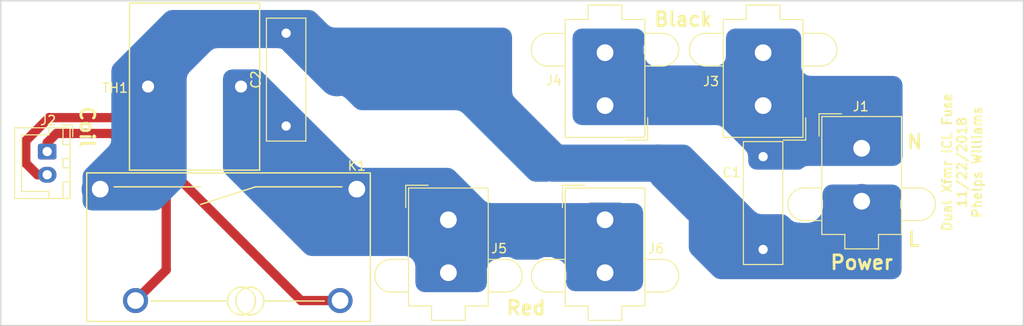
<source format=kicad_pcb>
(kicad_pcb (version 20171130) (host pcbnew 5.0.2-bee76a0~70~ubuntu16.04.1)

  (general
    (thickness 1.6)
    (drawings 20)
    (tracks 32)
    (zones 0)
    (modules 14)
    (nets 6)
  )

  (page A4)
  (layers
    (0 F.Cu signal)
    (31 B.Cu signal)
    (32 B.Adhes user)
    (33 F.Adhes user)
    (34 B.Paste user)
    (35 F.Paste user)
    (36 B.SilkS user)
    (37 F.SilkS user)
    (38 B.Mask user)
    (39 F.Mask user)
    (40 Dwgs.User user)
    (41 Cmts.User user)
    (42 Eco1.User user)
    (43 Eco2.User user)
    (44 Edge.Cuts user)
    (45 Margin user)
    (46 B.CrtYd user hide)
    (47 F.CrtYd user hide)
    (48 B.Fab user hide)
    (49 F.Fab user hide)
  )

  (setup
    (last_trace_width 0.25)
    (user_trace_width 1)
    (user_trace_width 2)
    (user_trace_width 4)
    (trace_clearance 0.2)
    (zone_clearance 0.508)
    (zone_45_only yes)
    (trace_min 0.2)
    (segment_width 1.6)
    (edge_width 1.6)
    (via_size 0.8)
    (via_drill 0.4)
    (via_min_size 0.4)
    (via_min_drill 0.3)
    (uvia_size 0.3)
    (uvia_drill 0.1)
    (uvias_allowed no)
    (uvia_min_size 0.2)
    (uvia_min_drill 0.1)
    (pcb_text_width 0.3)
    (pcb_text_size 1.5 1.5)
    (mod_edge_width 0.15)
    (mod_text_size 1 1)
    (mod_text_width 0.15)
    (pad_size 1.524 1.524)
    (pad_drill 0.762)
    (pad_to_mask_clearance 0.051)
    (solder_mask_min_width 0.25)
    (aux_axis_origin 0 0)
    (visible_elements FFFDFF7F)
    (pcbplotparams
      (layerselection 0x010fc_ffffffff)
      (usegerberextensions false)
      (usegerberattributes false)
      (usegerberadvancedattributes false)
      (creategerberjobfile false)
      (excludeedgelayer true)
      (linewidth 0.100000)
      (plotframeref false)
      (viasonmask false)
      (mode 1)
      (useauxorigin false)
      (hpglpennumber 1)
      (hpglpenspeed 20)
      (hpglpendiameter 15.000000)
      (psnegative false)
      (psa4output false)
      (plotreference true)
      (plotvalue true)
      (plotinvisibletext false)
      (padsonsilk false)
      (subtractmaskfromsilk false)
      (outputformat 1)
      (mirror false)
      (drillshape 1)
      (scaleselection 1)
      (outputdirectory ""))
  )

  (net 0 "")
  (net 1 "Net-(C1-Pad2)")
  (net 2 "Net-(J2-Pad1)")
  (net 3 "Net-(J2-Pad2)")
  (net 4 "Net-(C1-Pad1)")
  (net 5 "Net-(C2-Pad1)")

  (net_class Default "This is the default net class."
    (clearance 0.2)
    (trace_width 0.25)
    (via_dia 0.8)
    (via_drill 0.4)
    (uvia_dia 0.3)
    (uvia_drill 0.1)
    (add_net "Net-(C1-Pad1)")
    (add_net "Net-(C1-Pad2)")
    (add_net "Net-(C2-Pad1)")
    (add_net "Net-(J2-Pad1)")
    (add_net "Net-(J2-Pad2)")
  )

  (module Connector_JST:JST_XH_B02B-XH-A_1x02_P2.50mm_Vertical (layer F.Cu) (tedit 5B7754C5) (tstamp 5BFD6FE4)
    (at 35 66.25 270)
    (descr "JST XH series connector, B02B-XH-A (http://www.jst-mfg.com/product/pdf/eng/eXH.pdf), generated with kicad-footprint-generator")
    (tags "connector JST XH side entry")
    (path /5BEB73C2)
    (fp_text reference J2 (at -3.35 -0.1) (layer F.SilkS)
      (effects (font (size 1 1) (thickness 0.15)))
    )
    (fp_text value Conn_01x02_Male (at 1.25 4.6 270) (layer F.Fab)
      (effects (font (size 1 1) (thickness 0.15)))
    )
    (fp_line (start -2.45 -2.35) (end -2.45 3.4) (layer F.Fab) (width 0.1))
    (fp_line (start -2.45 3.4) (end 4.95 3.4) (layer F.Fab) (width 0.1))
    (fp_line (start 4.95 3.4) (end 4.95 -2.35) (layer F.Fab) (width 0.1))
    (fp_line (start 4.95 -2.35) (end -2.45 -2.35) (layer F.Fab) (width 0.1))
    (fp_line (start -2.56 -2.46) (end -2.56 3.51) (layer F.SilkS) (width 0.12))
    (fp_line (start -2.56 3.51) (end 5.06 3.51) (layer F.SilkS) (width 0.12))
    (fp_line (start 5.06 3.51) (end 5.06 -2.46) (layer F.SilkS) (width 0.12))
    (fp_line (start 5.06 -2.46) (end -2.56 -2.46) (layer F.SilkS) (width 0.12))
    (fp_line (start -2.95 -2.85) (end -2.95 3.9) (layer F.CrtYd) (width 0.05))
    (fp_line (start -2.95 3.9) (end 5.45 3.9) (layer F.CrtYd) (width 0.05))
    (fp_line (start 5.45 3.9) (end 5.45 -2.85) (layer F.CrtYd) (width 0.05))
    (fp_line (start 5.45 -2.85) (end -2.95 -2.85) (layer F.CrtYd) (width 0.05))
    (fp_line (start -0.625 -2.35) (end 0 -1.35) (layer F.Fab) (width 0.1))
    (fp_line (start 0 -1.35) (end 0.625 -2.35) (layer F.Fab) (width 0.1))
    (fp_line (start 0.75 -2.45) (end 0.75 -1.7) (layer F.SilkS) (width 0.12))
    (fp_line (start 0.75 -1.7) (end 1.75 -1.7) (layer F.SilkS) (width 0.12))
    (fp_line (start 1.75 -1.7) (end 1.75 -2.45) (layer F.SilkS) (width 0.12))
    (fp_line (start 1.75 -2.45) (end 0.75 -2.45) (layer F.SilkS) (width 0.12))
    (fp_line (start -2.55 -2.45) (end -2.55 -1.7) (layer F.SilkS) (width 0.12))
    (fp_line (start -2.55 -1.7) (end -0.75 -1.7) (layer F.SilkS) (width 0.12))
    (fp_line (start -0.75 -1.7) (end -0.75 -2.45) (layer F.SilkS) (width 0.12))
    (fp_line (start -0.75 -2.45) (end -2.55 -2.45) (layer F.SilkS) (width 0.12))
    (fp_line (start 3.25 -2.45) (end 3.25 -1.7) (layer F.SilkS) (width 0.12))
    (fp_line (start 3.25 -1.7) (end 5.05 -1.7) (layer F.SilkS) (width 0.12))
    (fp_line (start 5.05 -1.7) (end 5.05 -2.45) (layer F.SilkS) (width 0.12))
    (fp_line (start 5.05 -2.45) (end 3.25 -2.45) (layer F.SilkS) (width 0.12))
    (fp_line (start -2.55 -0.2) (end -1.8 -0.2) (layer F.SilkS) (width 0.12))
    (fp_line (start -1.8 -0.2) (end -1.8 2.75) (layer F.SilkS) (width 0.12))
    (fp_line (start -1.8 2.75) (end 1.25 2.75) (layer F.SilkS) (width 0.12))
    (fp_line (start 5.05 -0.2) (end 4.3 -0.2) (layer F.SilkS) (width 0.12))
    (fp_line (start 4.3 -0.2) (end 4.3 2.75) (layer F.SilkS) (width 0.12))
    (fp_line (start 4.3 2.75) (end 1.25 2.75) (layer F.SilkS) (width 0.12))
    (fp_line (start -1.6 -2.75) (end -2.85 -2.75) (layer F.SilkS) (width 0.12))
    (fp_line (start -2.85 -2.75) (end -2.85 -1.5) (layer F.SilkS) (width 0.12))
    (fp_text user %R (at 1.25 2.7 270) (layer F.Fab)
      (effects (font (size 1 1) (thickness 0.15)))
    )
    (pad 1 thru_hole roundrect (at 0 0 270) (size 1.7 2) (drill 1) (layers *.Cu *.Mask) (roundrect_rratio 0.147059)
      (net 2 "Net-(J2-Pad1)"))
    (pad 2 thru_hole oval (at 2.5 0 270) (size 1.7 2) (drill 1) (layers *.Cu *.Mask)
      (net 3 "Net-(J2-Pad2)"))
    (model ${KISYS3DMOD}/Connector_JST.3dshapes/JST_XH_B02B-XH-A_1x02_P2.50mm_Vertical.wrl
      (at (xyz 0 0 0))
      (scale (xyz 1 1 1))
      (rotate (xyz 0 0 0))
    )
  )

  (module Capacitor_THT:C_Rect_L13.0mm_W4.0mm_P10.00mm_FKS3_FKP3_MKS4 (layer F.Cu) (tedit 5AE50EF0) (tstamp 5C055B6D)
    (at 112 66.8 270)
    (descr "C, Rect series, Radial, pin pitch=10.00mm, , length*width=13*4mm^2, Capacitor, http://www.wima.com/EN/WIMA_FKS_3.pdf, http://www.wima.com/EN/WIMA_MKS_4.pdf")
    (tags "C Rect series Radial pin pitch 10.00mm  length 13mm width 4mm Capacitor")
    (path /5C2387D3)
    (fp_text reference C1 (at 1.7 3.4) (layer F.SilkS)
      (effects (font (size 1 1) (thickness 0.15)))
    )
    (fp_text value 0.01uF/400V (at 5 3.25 270) (layer F.Fab)
      (effects (font (size 1 1) (thickness 0.15)))
    )
    (fp_line (start -1.5 -2) (end -1.5 2) (layer F.Fab) (width 0.1))
    (fp_line (start -1.5 2) (end 11.5 2) (layer F.Fab) (width 0.1))
    (fp_line (start 11.5 2) (end 11.5 -2) (layer F.Fab) (width 0.1))
    (fp_line (start 11.5 -2) (end -1.5 -2) (layer F.Fab) (width 0.1))
    (fp_line (start -1.62 -2.12) (end 11.62 -2.12) (layer F.SilkS) (width 0.12))
    (fp_line (start -1.62 2.12) (end 11.62 2.12) (layer F.SilkS) (width 0.12))
    (fp_line (start -1.62 -2.12) (end -1.62 2.12) (layer F.SilkS) (width 0.12))
    (fp_line (start 11.62 -2.12) (end 11.62 2.12) (layer F.SilkS) (width 0.12))
    (fp_line (start -1.75 -2.25) (end -1.75 2.25) (layer F.CrtYd) (width 0.05))
    (fp_line (start -1.75 2.25) (end 11.75 2.25) (layer F.CrtYd) (width 0.05))
    (fp_line (start 11.75 2.25) (end 11.75 -2.25) (layer F.CrtYd) (width 0.05))
    (fp_line (start 11.75 -2.25) (end -1.75 -2.25) (layer F.CrtYd) (width 0.05))
    (fp_text user %R (at 5 0 270) (layer F.Fab)
      (effects (font (size 1 1) (thickness 0.15)))
    )
    (pad 1 thru_hole circle (at 0 0 270) (size 2 2) (drill 1) (layers *.Cu *.Mask)
      (net 4 "Net-(C1-Pad1)"))
    (pad 2 thru_hole circle (at 10 0 270) (size 2 2) (drill 1) (layers *.Cu *.Mask)
      (net 1 "Net-(C1-Pad2)"))
    (model ${KISYS3DMOD}/Capacitor_THT.3dshapes/C_Rect_L13.0mm_W4.0mm_P10.00mm_FKS3_FKP3_MKS4.wrl
      (at (xyz 0 0 0))
      (scale (xyz 1 1 1))
      (rotate (xyz 0 0 0))
    )
  )

  (module p_ptc:B59215J0130A020 (layer F.Cu) (tedit 5BF2E06C) (tstamp 5BFECCB3)
    (at 50.85 59.25 270)
    (path /5BEC6FC6)
    (fp_text reference TH1 (at 0.15 8.55) (layer F.SilkS)
      (effects (font (size 1 1) (thickness 0.15)))
    )
    (fp_text value B59215J0130A020 (at -2.1 -7.7 270) (layer F.Fab)
      (effects (font (size 1 1) (thickness 0.15)))
    )
    (fp_line (start -9 -7) (end 9 -7) (layer F.SilkS) (width 0.15))
    (fp_line (start 9 -7) (end 9 7) (layer F.SilkS) (width 0.15))
    (fp_line (start 9 7) (end -9 7) (layer F.SilkS) (width 0.15))
    (fp_line (start -9 7) (end -9 -7) (layer F.SilkS) (width 0.15))
    (pad 1 thru_hole circle (at 0 -5 270) (size 2.2 2.2) (drill 1.3) (layers *.Cu *.Mask)
      (net 5 "Net-(C2-Pad1)"))
    (pad 2 thru_hole circle (at 0 5 270) (size 2.2 2.2) (drill 1.3) (layers *.Cu *.Mask)
      (net 1 "Net-(C1-Pad2)"))
    (model /home/pwilliams/projects/kicad-libs-phelps/packages3d/EPCOS_TDK_PTC_J21X.step
      (at (xyz 0 0 0))
      (scale (xyz 1 1 1))
      (rotate (xyz 0 0 0))
    )
  )

  (module MountingHole:MountingHole_3.2mm_M3_ISO14580 (layer F.Cu) (tedit 5BF58B66) (tstamp 5C0ACEA9)
    (at 35 77.5)
    (descr "Mounting Hole 3.2mm, no annular, M3, ISO14580")
    (tags "mounting hole 3.2mm no annular m3 iso14580")
    (path /5BF2E606)
    (attr virtual)
    (fp_text reference H1 (at 0 -3.75) (layer F.SilkS) hide
      (effects (font (size 1 1) (thickness 0.15)))
    )
    (fp_text value MountingHole (at 0 3.75) (layer F.Fab)
      (effects (font (size 1 1) (thickness 0.15)))
    )
    (fp_text user %R (at 0.3 0) (layer F.Fab)
      (effects (font (size 1 1) (thickness 0.15)))
    )
    (fp_circle (center 0 0) (end 2.75 0) (layer Cmts.User) (width 0.15))
    (fp_circle (center 0 0) (end 3 0) (layer F.CrtYd) (width 0.05))
    (pad 1 np_thru_hole circle (at 0 0) (size 3.2 3.2) (drill 3.2) (layers *.Cu *.Mask))
  )

  (module MountingHole:MountingHole_3.2mm_M3_ISO14580 (layer F.Cu) (tedit 5BF58B76) (tstamp 5C0ACEB1)
    (at 135 77.5)
    (descr "Mounting Hole 3.2mm, no annular, M3, ISO14580")
    (tags "mounting hole 3.2mm no annular m3 iso14580")
    (path /5BF2E6BE)
    (attr virtual)
    (fp_text reference H2 (at 0 -3.75) (layer F.SilkS) hide
      (effects (font (size 1 1) (thickness 0.15)))
    )
    (fp_text value MountingHole (at 0 3.75) (layer F.Fab)
      (effects (font (size 1 1) (thickness 0.15)))
    )
    (fp_circle (center 0 0) (end 3 0) (layer F.CrtYd) (width 0.05))
    (fp_circle (center 0 0) (end 2.75 0) (layer Cmts.User) (width 0.15))
    (fp_text user %R (at 0.3 0) (layer F.Fab)
      (effects (font (size 1 1) (thickness 0.15)))
    )
    (pad 1 np_thru_hole circle (at 0 0) (size 3.2 3.2) (drill 3.2) (layers *.Cu *.Mask))
  )

  (module MountingHole:MountingHole_3.2mm_M3_ISO14580 (layer F.Cu) (tedit 5BF58B6B) (tstamp 5C0ACEB9)
    (at 35 57.5)
    (descr "Mounting Hole 3.2mm, no annular, M3, ISO14580")
    (tags "mounting hole 3.2mm no annular m3 iso14580")
    (path /5BF2E6F0)
    (attr virtual)
    (fp_text reference H3 (at 0 -3.75) (layer F.SilkS) hide
      (effects (font (size 1 1) (thickness 0.15)))
    )
    (fp_text value MountingHole (at 0 3.75) (layer F.Fab)
      (effects (font (size 1 1) (thickness 0.15)))
    )
    (fp_text user %R (at 0.3 0) (layer F.Fab)
      (effects (font (size 1 1) (thickness 0.15)))
    )
    (fp_circle (center 0 0) (end 2.75 0) (layer Cmts.User) (width 0.15))
    (fp_circle (center 0 0) (end 3 0) (layer F.CrtYd) (width 0.05))
    (pad 1 np_thru_hole circle (at 0 0) (size 3.2 3.2) (drill 3.2) (layers *.Cu *.Mask))
  )

  (module MountingHole:MountingHole_3.2mm_M3_ISO14580 (layer F.Cu) (tedit 5BF58B70) (tstamp 5C0ACEC1)
    (at 135 57.5)
    (descr "Mounting Hole 3.2mm, no annular, M3, ISO14580")
    (tags "mounting hole 3.2mm no annular m3 iso14580")
    (path /5BF2E728)
    (attr virtual)
    (fp_text reference H4 (at 0 -3.75) (layer F.SilkS) hide
      (effects (font (size 1 1) (thickness 0.15)))
    )
    (fp_text value MountingHole (at 0 3.75) (layer F.Fab)
      (effects (font (size 1 1) (thickness 0.15)))
    )
    (fp_circle (center 0 0) (end 3 0) (layer F.CrtYd) (width 0.05))
    (fp_circle (center 0 0) (end 2.75 0) (layer Cmts.User) (width 0.15))
    (fp_text user %R (at 0.3 0) (layer F.Fab)
      (effects (font (size 1 1) (thickness 0.15)))
    )
    (pad 1 np_thru_hole circle (at 0 0) (size 3.2 3.2) (drill 3.2) (layers *.Cu *.Mask))
  )

  (module p_molex:Molex_Mega-Fit_76829-0002_2x01_P5.70mm_Vertical (layer F.Cu) (tedit 5BF4381D) (tstamp 5C055A32)
    (at 122.6 65.9)
    (descr "Molex Mega-Fit Power Connectors, 76829-0002 (compatible alternatives: 172065-0002, 172065-1002), 1 Pins per row (http://www.molex.com/pdm_docs/sd/768290004_sd.pdf), generated with kicad-footprint-generator")
    (tags "connector Molex Mega-Fit side entry")
    (path /5BEB6272)
    (fp_text reference J1 (at -0.1 -4.5 -180) (layer F.SilkS)
      (effects (font (size 1 1) (thickness 0.15)))
    )
    (fp_text value Conn_01x02_Male (at 0 11.92) (layer F.Fab)
      (effects (font (size 1 1) (thickness 0.15)))
    )
    (fp_arc (start -6.17 6.025) (end -6.17 7.55) (angle 180) (layer F.Fab) (width 0.1))
    (fp_arc (start 6.17 6.025) (end 6.17 4.5) (angle 180) (layer F.Fab) (width 0.1))
    (fp_arc (start -6.17 6.025) (end -6.17 7.785) (angle 180) (layer F.SilkS) (width 0.12))
    (fp_arc (start 6.17 6.025) (end 6.17 4.265) (angle 180) (layer F.SilkS) (width 0.12))
    (fp_line (start -6.17 4.5) (end -4.175 4.5) (layer F.Fab) (width 0.1))
    (fp_line (start -6.17 7.55) (end -4.175 7.55) (layer F.Fab) (width 0.1))
    (fp_line (start 6.17 4.5) (end 4.175 4.5) (layer F.Fab) (width 0.1))
    (fp_line (start 6.17 7.55) (end 4.175 7.55) (layer F.Fab) (width 0.1))
    (fp_line (start -6.17 4.265) (end -4.285 4.265) (layer F.SilkS) (width 0.12))
    (fp_line (start -6.17 7.785) (end -4.285 7.785) (layer F.SilkS) (width 0.12))
    (fp_line (start 6.17 4.265) (end 4.285 4.265) (layer F.SilkS) (width 0.12))
    (fp_line (start 6.17 7.785) (end 4.285 7.785) (layer F.SilkS) (width 0.12))
    (fp_line (start -3.175 -3.31) (end -4.175 -2.31) (layer F.Fab) (width 0.1))
    (fp_line (start -4.175 -2.31) (end -4.175 9.17) (layer F.Fab) (width 0.1))
    (fp_line (start -4.175 9.17) (end 4.175 9.17) (layer F.Fab) (width 0.1))
    (fp_line (start 4.175 9.17) (end 4.175 -3.31) (layer F.Fab) (width 0.1))
    (fp_line (start 4.175 -3.31) (end -3.175 -3.31) (layer F.Fab) (width 0.1))
    (fp_line (start -1.7 9.17) (end -1.7 10.72) (layer F.Fab) (width 0.1))
    (fp_line (start -1.7 10.72) (end 1.7 10.72) (layer F.Fab) (width 0.1))
    (fp_line (start 1.7 10.72) (end 1.7 9.17) (layer F.Fab) (width 0.1))
    (fp_line (start 0 -3.42) (end -4.285 -3.42) (layer F.SilkS) (width 0.12))
    (fp_line (start -4.285 -3.42) (end -4.285 9.28) (layer F.SilkS) (width 0.12))
    (fp_line (start -4.285 9.28) (end -1.81 9.28) (layer F.SilkS) (width 0.12))
    (fp_line (start -1.81 9.28) (end -1.81 10.83) (layer F.SilkS) (width 0.12))
    (fp_line (start -1.81 10.83) (end 0 10.83) (layer F.SilkS) (width 0.12))
    (fp_line (start 0 -3.42) (end 4.285 -3.42) (layer F.SilkS) (width 0.12))
    (fp_line (start 4.285 -3.42) (end 4.285 9.28) (layer F.SilkS) (width 0.12))
    (fp_line (start 4.285 9.28) (end 1.81 9.28) (layer F.SilkS) (width 0.12))
    (fp_line (start 1.81 9.28) (end 1.81 10.83) (layer F.SilkS) (width 0.12))
    (fp_line (start 1.81 10.83) (end 0 10.83) (layer F.SilkS) (width 0.12))
    (fp_line (start -4.585 -1.31) (end -4.585 -3.72) (layer F.SilkS) (width 0.12))
    (fp_line (start -4.585 -3.72) (end -2.175 -3.72) (layer F.SilkS) (width 0.12))
    (fp_line (start -4.68 -3.81) (end -4.68 4) (layer F.CrtYd) (width 0.05))
    (fp_line (start -4.68 4) (end -8.2 4) (layer F.CrtYd) (width 0.05))
    (fp_line (start -8.2 4) (end -8.2 11.22) (layer F.CrtYd) (width 0.05))
    (fp_line (start -8.2 11.22) (end 8.2 11.22) (layer F.CrtYd) (width 0.05))
    (fp_line (start 8.2 11.22) (end 8.2 4) (layer F.CrtYd) (width 0.05))
    (fp_line (start 8.2 4) (end 4.68 4) (layer F.CrtYd) (width 0.05))
    (fp_line (start 4.68 4) (end 4.68 -3.81) (layer F.CrtYd) (width 0.05))
    (fp_line (start 4.68 -3.81) (end -4.68 -3.81) (layer F.CrtYd) (width 0.05))
    (fp_text user %R (at 0 -2.61) (layer F.Fab)
      (effects (font (size 1 1) (thickness 0.15)))
    )
    (pad 1 thru_hole roundrect (at 0 0) (size 3.7 3.7) (drill 1.8) (layers *.Cu *.Mask) (roundrect_rratio 0.067568)
      (net 4 "Net-(C1-Pad1)"))
    (pad 2 thru_hole circle (at 0 5.7) (size 3.7 3.7) (drill 1.8) (layers *.Cu *.Mask)
      (net 1 "Net-(C1-Pad2)"))
    (pad "" np_thru_hole circle (at -6.17 6.025) (size 3 3) (drill 3) (layers *.Cu *.Mask))
    (pad "" np_thru_hole circle (at 6.17 6.025) (size 3 3) (drill 3) (layers *.Cu *.Mask))
    (model /home/pwilliams/projects/kicad-libs-phelps/packages3d/molex_megafit_1720650002.stp
      (offset (xyz 21.35 -0.4 12.7))
      (scale (xyz 1 1 1))
      (rotate (xyz 180 0 0))
    )
  )

  (module p_molex:Molex_Mega-Fit_76829-0002_2x01_P5.70mm_Vertical (layer F.Cu) (tedit 5BF4381D) (tstamp 5C184531)
    (at 112 61.3 180)
    (descr "Molex Mega-Fit Power Connectors, 76829-0002 (compatible alternatives: 172065-0002, 172065-1002), 1 Pins per row (http://www.molex.com/pdm_docs/sd/768290004_sd.pdf), generated with kicad-footprint-generator")
    (tags "connector Molex Mega-Fit side entry")
    (path /5BEB7129)
    (fp_text reference J3 (at 5.6 2.6 180) (layer F.SilkS)
      (effects (font (size 1 1) (thickness 0.15)))
    )
    (fp_text value Conn_01x02_Female (at 0 11.92 180) (layer F.Fab)
      (effects (font (size 1 1) (thickness 0.15)))
    )
    (fp_text user %R (at 0 -2.61 180) (layer F.Fab)
      (effects (font (size 1 1) (thickness 0.15)))
    )
    (fp_line (start 4.68 -3.81) (end -4.68 -3.81) (layer F.CrtYd) (width 0.05))
    (fp_line (start 4.68 4) (end 4.68 -3.81) (layer F.CrtYd) (width 0.05))
    (fp_line (start 8.2 4) (end 4.68 4) (layer F.CrtYd) (width 0.05))
    (fp_line (start 8.2 11.22) (end 8.2 4) (layer F.CrtYd) (width 0.05))
    (fp_line (start -8.2 11.22) (end 8.2 11.22) (layer F.CrtYd) (width 0.05))
    (fp_line (start -8.2 4) (end -8.2 11.22) (layer F.CrtYd) (width 0.05))
    (fp_line (start -4.68 4) (end -8.2 4) (layer F.CrtYd) (width 0.05))
    (fp_line (start -4.68 -3.81) (end -4.68 4) (layer F.CrtYd) (width 0.05))
    (fp_line (start -4.585 -3.72) (end -2.175 -3.72) (layer F.SilkS) (width 0.12))
    (fp_line (start -4.585 -1.31) (end -4.585 -3.72) (layer F.SilkS) (width 0.12))
    (fp_line (start 1.81 10.83) (end 0 10.83) (layer F.SilkS) (width 0.12))
    (fp_line (start 1.81 9.28) (end 1.81 10.83) (layer F.SilkS) (width 0.12))
    (fp_line (start 4.285 9.28) (end 1.81 9.28) (layer F.SilkS) (width 0.12))
    (fp_line (start 4.285 -3.42) (end 4.285 9.28) (layer F.SilkS) (width 0.12))
    (fp_line (start 0 -3.42) (end 4.285 -3.42) (layer F.SilkS) (width 0.12))
    (fp_line (start -1.81 10.83) (end 0 10.83) (layer F.SilkS) (width 0.12))
    (fp_line (start -1.81 9.28) (end -1.81 10.83) (layer F.SilkS) (width 0.12))
    (fp_line (start -4.285 9.28) (end -1.81 9.28) (layer F.SilkS) (width 0.12))
    (fp_line (start -4.285 -3.42) (end -4.285 9.28) (layer F.SilkS) (width 0.12))
    (fp_line (start 0 -3.42) (end -4.285 -3.42) (layer F.SilkS) (width 0.12))
    (fp_line (start 1.7 10.72) (end 1.7 9.17) (layer F.Fab) (width 0.1))
    (fp_line (start -1.7 10.72) (end 1.7 10.72) (layer F.Fab) (width 0.1))
    (fp_line (start -1.7 9.17) (end -1.7 10.72) (layer F.Fab) (width 0.1))
    (fp_line (start 4.175 -3.31) (end -3.175 -3.31) (layer F.Fab) (width 0.1))
    (fp_line (start 4.175 9.17) (end 4.175 -3.31) (layer F.Fab) (width 0.1))
    (fp_line (start -4.175 9.17) (end 4.175 9.17) (layer F.Fab) (width 0.1))
    (fp_line (start -4.175 -2.31) (end -4.175 9.17) (layer F.Fab) (width 0.1))
    (fp_line (start -3.175 -3.31) (end -4.175 -2.31) (layer F.Fab) (width 0.1))
    (fp_line (start 6.17 7.785) (end 4.285 7.785) (layer F.SilkS) (width 0.12))
    (fp_line (start 6.17 4.265) (end 4.285 4.265) (layer F.SilkS) (width 0.12))
    (fp_line (start -6.17 7.785) (end -4.285 7.785) (layer F.SilkS) (width 0.12))
    (fp_line (start -6.17 4.265) (end -4.285 4.265) (layer F.SilkS) (width 0.12))
    (fp_line (start 6.17 7.55) (end 4.175 7.55) (layer F.Fab) (width 0.1))
    (fp_line (start 6.17 4.5) (end 4.175 4.5) (layer F.Fab) (width 0.1))
    (fp_line (start -6.17 7.55) (end -4.175 7.55) (layer F.Fab) (width 0.1))
    (fp_line (start -6.17 4.5) (end -4.175 4.5) (layer F.Fab) (width 0.1))
    (fp_arc (start 6.17 6.025) (end 6.17 4.265) (angle 180) (layer F.SilkS) (width 0.12))
    (fp_arc (start -6.17 6.025) (end -6.17 7.785) (angle 180) (layer F.SilkS) (width 0.12))
    (fp_arc (start 6.17 6.025) (end 6.17 4.5) (angle 180) (layer F.Fab) (width 0.1))
    (fp_arc (start -6.17 6.025) (end -6.17 7.55) (angle 180) (layer F.Fab) (width 0.1))
    (pad "" np_thru_hole circle (at 6.17 6.025 180) (size 3 3) (drill 3) (layers *.Cu *.Mask))
    (pad "" np_thru_hole circle (at -6.17 6.025 180) (size 3 3) (drill 3) (layers *.Cu *.Mask))
    (pad 2 thru_hole circle (at 0 5.7 180) (size 3.7 3.7) (drill 1.8) (layers *.Cu *.Mask)
      (net 4 "Net-(C1-Pad1)"))
    (pad 1 thru_hole roundrect (at 0 0 180) (size 3.7 3.7) (drill 1.8) (layers *.Cu *.Mask) (roundrect_rratio 0.067568)
      (net 4 "Net-(C1-Pad1)"))
    (model /home/pwilliams/projects/kicad-libs-phelps/packages3d/molex_megafit_1720650002.stp
      (offset (xyz 21.35 -0.4 12.7))
      (scale (xyz 1 1 1))
      (rotate (xyz 180 0 0))
    )
  )

  (module p_molex:Molex_Mega-Fit_76829-0002_2x01_P5.70mm_Vertical (layer F.Cu) (tedit 5BF4381D) (tstamp 5C2129AE)
    (at 95 61.3 180)
    (descr "Molex Mega-Fit Power Connectors, 76829-0002 (compatible alternatives: 172065-0002, 172065-1002), 1 Pins per row (http://www.molex.com/pdm_docs/sd/768290004_sd.pdf), generated with kicad-footprint-generator")
    (tags "connector Molex Mega-Fit side entry")
    (path /5BEB72A4)
    (fp_text reference J4 (at 5.5 2.7 180) (layer F.SilkS)
      (effects (font (size 1 1) (thickness 0.15)))
    )
    (fp_text value Conn_01x02_Female (at 0 11.92 180) (layer F.Fab)
      (effects (font (size 1 1) (thickness 0.15)))
    )
    (fp_arc (start -6.17 6.025) (end -6.17 7.55) (angle 180) (layer F.Fab) (width 0.1))
    (fp_arc (start 6.17 6.025) (end 6.17 4.5) (angle 180) (layer F.Fab) (width 0.1))
    (fp_arc (start -6.17 6.025) (end -6.17 7.785) (angle 180) (layer F.SilkS) (width 0.12))
    (fp_arc (start 6.17 6.025) (end 6.17 4.265) (angle 180) (layer F.SilkS) (width 0.12))
    (fp_line (start -6.17 4.5) (end -4.175 4.5) (layer F.Fab) (width 0.1))
    (fp_line (start -6.17 7.55) (end -4.175 7.55) (layer F.Fab) (width 0.1))
    (fp_line (start 6.17 4.5) (end 4.175 4.5) (layer F.Fab) (width 0.1))
    (fp_line (start 6.17 7.55) (end 4.175 7.55) (layer F.Fab) (width 0.1))
    (fp_line (start -6.17 4.265) (end -4.285 4.265) (layer F.SilkS) (width 0.12))
    (fp_line (start -6.17 7.785) (end -4.285 7.785) (layer F.SilkS) (width 0.12))
    (fp_line (start 6.17 4.265) (end 4.285 4.265) (layer F.SilkS) (width 0.12))
    (fp_line (start 6.17 7.785) (end 4.285 7.785) (layer F.SilkS) (width 0.12))
    (fp_line (start -3.175 -3.31) (end -4.175 -2.31) (layer F.Fab) (width 0.1))
    (fp_line (start -4.175 -2.31) (end -4.175 9.17) (layer F.Fab) (width 0.1))
    (fp_line (start -4.175 9.17) (end 4.175 9.17) (layer F.Fab) (width 0.1))
    (fp_line (start 4.175 9.17) (end 4.175 -3.31) (layer F.Fab) (width 0.1))
    (fp_line (start 4.175 -3.31) (end -3.175 -3.31) (layer F.Fab) (width 0.1))
    (fp_line (start -1.7 9.17) (end -1.7 10.72) (layer F.Fab) (width 0.1))
    (fp_line (start -1.7 10.72) (end 1.7 10.72) (layer F.Fab) (width 0.1))
    (fp_line (start 1.7 10.72) (end 1.7 9.17) (layer F.Fab) (width 0.1))
    (fp_line (start 0 -3.42) (end -4.285 -3.42) (layer F.SilkS) (width 0.12))
    (fp_line (start -4.285 -3.42) (end -4.285 9.28) (layer F.SilkS) (width 0.12))
    (fp_line (start -4.285 9.28) (end -1.81 9.28) (layer F.SilkS) (width 0.12))
    (fp_line (start -1.81 9.28) (end -1.81 10.83) (layer F.SilkS) (width 0.12))
    (fp_line (start -1.81 10.83) (end 0 10.83) (layer F.SilkS) (width 0.12))
    (fp_line (start 0 -3.42) (end 4.285 -3.42) (layer F.SilkS) (width 0.12))
    (fp_line (start 4.285 -3.42) (end 4.285 9.28) (layer F.SilkS) (width 0.12))
    (fp_line (start 4.285 9.28) (end 1.81 9.28) (layer F.SilkS) (width 0.12))
    (fp_line (start 1.81 9.28) (end 1.81 10.83) (layer F.SilkS) (width 0.12))
    (fp_line (start 1.81 10.83) (end 0 10.83) (layer F.SilkS) (width 0.12))
    (fp_line (start -4.585 -1.31) (end -4.585 -3.72) (layer F.SilkS) (width 0.12))
    (fp_line (start -4.585 -3.72) (end -2.175 -3.72) (layer F.SilkS) (width 0.12))
    (fp_line (start -4.68 -3.81) (end -4.68 4) (layer F.CrtYd) (width 0.05))
    (fp_line (start -4.68 4) (end -8.2 4) (layer F.CrtYd) (width 0.05))
    (fp_line (start -8.2 4) (end -8.2 11.22) (layer F.CrtYd) (width 0.05))
    (fp_line (start -8.2 11.22) (end 8.2 11.22) (layer F.CrtYd) (width 0.05))
    (fp_line (start 8.2 11.22) (end 8.2 4) (layer F.CrtYd) (width 0.05))
    (fp_line (start 8.2 4) (end 4.68 4) (layer F.CrtYd) (width 0.05))
    (fp_line (start 4.68 4) (end 4.68 -3.81) (layer F.CrtYd) (width 0.05))
    (fp_line (start 4.68 -3.81) (end -4.68 -3.81) (layer F.CrtYd) (width 0.05))
    (fp_text user %R (at 0 -2.61 180) (layer F.Fab)
      (effects (font (size 1 1) (thickness 0.15)))
    )
    (pad 1 thru_hole roundrect (at 0 0 180) (size 3.7 3.7) (drill 1.8) (layers *.Cu *.Mask) (roundrect_rratio 0.067568)
      (net 4 "Net-(C1-Pad1)"))
    (pad 2 thru_hole circle (at 0 5.7 180) (size 3.7 3.7) (drill 1.8) (layers *.Cu *.Mask)
      (net 4 "Net-(C1-Pad1)"))
    (pad "" np_thru_hole circle (at -6.17 6.025 180) (size 3 3) (drill 3) (layers *.Cu *.Mask))
    (pad "" np_thru_hole circle (at 6.17 6.025 180) (size 3 3) (drill 3) (layers *.Cu *.Mask))
    (model /home/pwilliams/projects/kicad-libs-phelps/packages3d/molex_megafit_1720650002.stp
      (offset (xyz 21.35 -0.4 12.7))
      (scale (xyz 1 1 1))
      (rotate (xyz 180 0 0))
    )
  )

  (module p_molex:Molex_Mega-Fit_76829-0002_2x01_P5.70mm_Vertical (layer F.Cu) (tedit 5BF4381D) (tstamp 5C184591)
    (at 78.15 73.6)
    (descr "Molex Mega-Fit Power Connectors, 76829-0002 (compatible alternatives: 172065-0002, 172065-1002), 1 Pins per row (http://www.molex.com/pdm_docs/sd/768290004_sd.pdf), generated with kicad-footprint-generator")
    (tags "connector Molex Mega-Fit side entry")
    (path /5BEB7322)
    (fp_text reference J5 (at 5.45 3.1) (layer F.SilkS)
      (effects (font (size 1 1) (thickness 0.15)))
    )
    (fp_text value Conn_01x02_Female (at 0 11.92) (layer F.Fab)
      (effects (font (size 1 1) (thickness 0.15)))
    )
    (fp_text user %R (at 0 -2.61) (layer F.Fab)
      (effects (font (size 1 1) (thickness 0.15)))
    )
    (fp_line (start 4.68 -3.81) (end -4.68 -3.81) (layer F.CrtYd) (width 0.05))
    (fp_line (start 4.68 4) (end 4.68 -3.81) (layer F.CrtYd) (width 0.05))
    (fp_line (start 8.2 4) (end 4.68 4) (layer F.CrtYd) (width 0.05))
    (fp_line (start 8.2 11.22) (end 8.2 4) (layer F.CrtYd) (width 0.05))
    (fp_line (start -8.2 11.22) (end 8.2 11.22) (layer F.CrtYd) (width 0.05))
    (fp_line (start -8.2 4) (end -8.2 11.22) (layer F.CrtYd) (width 0.05))
    (fp_line (start -4.68 4) (end -8.2 4) (layer F.CrtYd) (width 0.05))
    (fp_line (start -4.68 -3.81) (end -4.68 4) (layer F.CrtYd) (width 0.05))
    (fp_line (start -4.585 -3.72) (end -2.175 -3.72) (layer F.SilkS) (width 0.12))
    (fp_line (start -4.585 -1.31) (end -4.585 -3.72) (layer F.SilkS) (width 0.12))
    (fp_line (start 1.81 10.83) (end 0 10.83) (layer F.SilkS) (width 0.12))
    (fp_line (start 1.81 9.28) (end 1.81 10.83) (layer F.SilkS) (width 0.12))
    (fp_line (start 4.285 9.28) (end 1.81 9.28) (layer F.SilkS) (width 0.12))
    (fp_line (start 4.285 -3.42) (end 4.285 9.28) (layer F.SilkS) (width 0.12))
    (fp_line (start 0 -3.42) (end 4.285 -3.42) (layer F.SilkS) (width 0.12))
    (fp_line (start -1.81 10.83) (end 0 10.83) (layer F.SilkS) (width 0.12))
    (fp_line (start -1.81 9.28) (end -1.81 10.83) (layer F.SilkS) (width 0.12))
    (fp_line (start -4.285 9.28) (end -1.81 9.28) (layer F.SilkS) (width 0.12))
    (fp_line (start -4.285 -3.42) (end -4.285 9.28) (layer F.SilkS) (width 0.12))
    (fp_line (start 0 -3.42) (end -4.285 -3.42) (layer F.SilkS) (width 0.12))
    (fp_line (start 1.7 10.72) (end 1.7 9.17) (layer F.Fab) (width 0.1))
    (fp_line (start -1.7 10.72) (end 1.7 10.72) (layer F.Fab) (width 0.1))
    (fp_line (start -1.7 9.17) (end -1.7 10.72) (layer F.Fab) (width 0.1))
    (fp_line (start 4.175 -3.31) (end -3.175 -3.31) (layer F.Fab) (width 0.1))
    (fp_line (start 4.175 9.17) (end 4.175 -3.31) (layer F.Fab) (width 0.1))
    (fp_line (start -4.175 9.17) (end 4.175 9.17) (layer F.Fab) (width 0.1))
    (fp_line (start -4.175 -2.31) (end -4.175 9.17) (layer F.Fab) (width 0.1))
    (fp_line (start -3.175 -3.31) (end -4.175 -2.31) (layer F.Fab) (width 0.1))
    (fp_line (start 6.17 7.785) (end 4.285 7.785) (layer F.SilkS) (width 0.12))
    (fp_line (start 6.17 4.265) (end 4.285 4.265) (layer F.SilkS) (width 0.12))
    (fp_line (start -6.17 7.785) (end -4.285 7.785) (layer F.SilkS) (width 0.12))
    (fp_line (start -6.17 4.265) (end -4.285 4.265) (layer F.SilkS) (width 0.12))
    (fp_line (start 6.17 7.55) (end 4.175 7.55) (layer F.Fab) (width 0.1))
    (fp_line (start 6.17 4.5) (end 4.175 4.5) (layer F.Fab) (width 0.1))
    (fp_line (start -6.17 7.55) (end -4.175 7.55) (layer F.Fab) (width 0.1))
    (fp_line (start -6.17 4.5) (end -4.175 4.5) (layer F.Fab) (width 0.1))
    (fp_arc (start 6.17 6.025) (end 6.17 4.265) (angle 180) (layer F.SilkS) (width 0.12))
    (fp_arc (start -6.17 6.025) (end -6.17 7.785) (angle 180) (layer F.SilkS) (width 0.12))
    (fp_arc (start 6.17 6.025) (end 6.17 4.5) (angle 180) (layer F.Fab) (width 0.1))
    (fp_arc (start -6.17 6.025) (end -6.17 7.55) (angle 180) (layer F.Fab) (width 0.1))
    (pad "" np_thru_hole circle (at 6.17 6.025) (size 3 3) (drill 3) (layers *.Cu *.Mask))
    (pad "" np_thru_hole circle (at -6.17 6.025) (size 3 3) (drill 3) (layers *.Cu *.Mask))
    (pad 2 thru_hole circle (at 0 5.7) (size 3.7 3.7) (drill 1.8) (layers *.Cu *.Mask)
      (net 5 "Net-(C2-Pad1)"))
    (pad 1 thru_hole roundrect (at 0 0) (size 3.7 3.7) (drill 1.8) (layers *.Cu *.Mask) (roundrect_rratio 0.067568)
      (net 5 "Net-(C2-Pad1)"))
    (model /home/pwilliams/projects/kicad-libs-phelps/packages3d/molex_megafit_1720650002.stp
      (offset (xyz 21.35 -0.4 12.7))
      (scale (xyz 1 1 1))
      (rotate (xyz 180 0 0))
    )
  )

  (module p_molex:Molex_Mega-Fit_76829-0002_2x01_P5.70mm_Vertical (layer F.Cu) (tedit 5BF4381D) (tstamp 5C1845C1)
    (at 95 73.6)
    (descr "Molex Mega-Fit Power Connectors, 76829-0002 (compatible alternatives: 172065-0002, 172065-1002), 1 Pins per row (http://www.molex.com/pdm_docs/sd/768290004_sd.pdf), generated with kicad-footprint-generator")
    (tags "connector Molex Mega-Fit side entry")
    (path /5BEB7368)
    (fp_text reference J6 (at 5.5 3.1) (layer F.SilkS)
      (effects (font (size 1 1) (thickness 0.15)))
    )
    (fp_text value Conn_01x02_Female (at 0 11.92) (layer F.Fab)
      (effects (font (size 1 1) (thickness 0.15)))
    )
    (fp_arc (start -6.17 6.025) (end -6.17 7.55) (angle 180) (layer F.Fab) (width 0.1))
    (fp_arc (start 6.17 6.025) (end 6.17 4.5) (angle 180) (layer F.Fab) (width 0.1))
    (fp_arc (start -6.17 6.025) (end -6.17 7.785) (angle 180) (layer F.SilkS) (width 0.12))
    (fp_arc (start 6.17 6.025) (end 6.17 4.265) (angle 180) (layer F.SilkS) (width 0.12))
    (fp_line (start -6.17 4.5) (end -4.175 4.5) (layer F.Fab) (width 0.1))
    (fp_line (start -6.17 7.55) (end -4.175 7.55) (layer F.Fab) (width 0.1))
    (fp_line (start 6.17 4.5) (end 4.175 4.5) (layer F.Fab) (width 0.1))
    (fp_line (start 6.17 7.55) (end 4.175 7.55) (layer F.Fab) (width 0.1))
    (fp_line (start -6.17 4.265) (end -4.285 4.265) (layer F.SilkS) (width 0.12))
    (fp_line (start -6.17 7.785) (end -4.285 7.785) (layer F.SilkS) (width 0.12))
    (fp_line (start 6.17 4.265) (end 4.285 4.265) (layer F.SilkS) (width 0.12))
    (fp_line (start 6.17 7.785) (end 4.285 7.785) (layer F.SilkS) (width 0.12))
    (fp_line (start -3.175 -3.31) (end -4.175 -2.31) (layer F.Fab) (width 0.1))
    (fp_line (start -4.175 -2.31) (end -4.175 9.17) (layer F.Fab) (width 0.1))
    (fp_line (start -4.175 9.17) (end 4.175 9.17) (layer F.Fab) (width 0.1))
    (fp_line (start 4.175 9.17) (end 4.175 -3.31) (layer F.Fab) (width 0.1))
    (fp_line (start 4.175 -3.31) (end -3.175 -3.31) (layer F.Fab) (width 0.1))
    (fp_line (start -1.7 9.17) (end -1.7 10.72) (layer F.Fab) (width 0.1))
    (fp_line (start -1.7 10.72) (end 1.7 10.72) (layer F.Fab) (width 0.1))
    (fp_line (start 1.7 10.72) (end 1.7 9.17) (layer F.Fab) (width 0.1))
    (fp_line (start 0 -3.42) (end -4.285 -3.42) (layer F.SilkS) (width 0.12))
    (fp_line (start -4.285 -3.42) (end -4.285 9.28) (layer F.SilkS) (width 0.12))
    (fp_line (start -4.285 9.28) (end -1.81 9.28) (layer F.SilkS) (width 0.12))
    (fp_line (start -1.81 9.28) (end -1.81 10.83) (layer F.SilkS) (width 0.12))
    (fp_line (start -1.81 10.83) (end 0 10.83) (layer F.SilkS) (width 0.12))
    (fp_line (start 0 -3.42) (end 4.285 -3.42) (layer F.SilkS) (width 0.12))
    (fp_line (start 4.285 -3.42) (end 4.285 9.28) (layer F.SilkS) (width 0.12))
    (fp_line (start 4.285 9.28) (end 1.81 9.28) (layer F.SilkS) (width 0.12))
    (fp_line (start 1.81 9.28) (end 1.81 10.83) (layer F.SilkS) (width 0.12))
    (fp_line (start 1.81 10.83) (end 0 10.83) (layer F.SilkS) (width 0.12))
    (fp_line (start -4.585 -1.31) (end -4.585 -3.72) (layer F.SilkS) (width 0.12))
    (fp_line (start -4.585 -3.72) (end -2.175 -3.72) (layer F.SilkS) (width 0.12))
    (fp_line (start -4.68 -3.81) (end -4.68 4) (layer F.CrtYd) (width 0.05))
    (fp_line (start -4.68 4) (end -8.2 4) (layer F.CrtYd) (width 0.05))
    (fp_line (start -8.2 4) (end -8.2 11.22) (layer F.CrtYd) (width 0.05))
    (fp_line (start -8.2 11.22) (end 8.2 11.22) (layer F.CrtYd) (width 0.05))
    (fp_line (start 8.2 11.22) (end 8.2 4) (layer F.CrtYd) (width 0.05))
    (fp_line (start 8.2 4) (end 4.68 4) (layer F.CrtYd) (width 0.05))
    (fp_line (start 4.68 4) (end 4.68 -3.81) (layer F.CrtYd) (width 0.05))
    (fp_line (start 4.68 -3.81) (end -4.68 -3.81) (layer F.CrtYd) (width 0.05))
    (fp_text user %R (at 0 -2.61) (layer F.Fab)
      (effects (font (size 1 1) (thickness 0.15)))
    )
    (pad 1 thru_hole roundrect (at 0 0) (size 3.7 3.7) (drill 1.8) (layers *.Cu *.Mask) (roundrect_rratio 0.067568)
      (net 5 "Net-(C2-Pad1)"))
    (pad 2 thru_hole circle (at 0 5.7) (size 3.7 3.7) (drill 1.8) (layers *.Cu *.Mask)
      (net 5 "Net-(C2-Pad1)"))
    (pad "" np_thru_hole circle (at -6.17 6.025) (size 3 3) (drill 3) (layers *.Cu *.Mask))
    (pad "" np_thru_hole circle (at 6.17 6.025) (size 3 3) (drill 3) (layers *.Cu *.Mask))
    (model /home/pwilliams/projects/kicad-libs-phelps/packages3d/molex_megafit_1720650002.stp
      (offset (xyz 21.35 -0.4 12.7))
      (scale (xyz 1 1 1))
      (rotate (xyz 180 0 0))
    )
  )

  (module p_relay:G4A-1A-PE (layer F.Cu) (tedit 5BF43413) (tstamp 5C211E9C)
    (at 54.5 76.55)
    (path /5BF43C61)
    (fp_text reference K1 (at 13.8 -8.75) (layer F.SilkS)
      (effects (font (size 1 1) (thickness 0.15)))
    )
    (fp_text value "G4A-1A-PE DC24" (at -10.8 -8.7) (layer F.Fab)
      (effects (font (size 1 1) (thickness 0.15)))
    )
    (fp_line (start -15.25 -8) (end -15.25 8) (layer F.SilkS) (width 0.15))
    (fp_line (start -15.25 8) (end 15.25 8) (layer F.SilkS) (width 0.15))
    (fp_line (start 15.25 8) (end 15.25 -8) (layer F.SilkS) (width 0.15))
    (fp_line (start 15.25 -8) (end -15.25 -8) (layer F.SilkS) (width 0.15))
    (fp_line (start -8.4 5.8) (end -0.1 5.8) (layer F.SilkS) (width 0.15))
    (fp_line (start 3.9 5.8) (end 10.3 5.8) (layer F.SilkS) (width 0.15))
    (fp_arc (start 1.4 5.8) (end -0.1 5.8) (angle 360) (layer F.SilkS) (width 0.15))
    (fp_arc (start 2.3 5.8) (end 3.8 5.8) (angle 360) (layer F.SilkS) (width 0.15))
    (fp_line (start 12.2 -6.5) (end 2.9 -6.5) (layer F.SilkS) (width 0.15))
    (fp_line (start 2.9 -6.5) (end -3 -4.6) (layer F.SilkS) (width 0.15))
    (fp_line (start -12.3 -6.5) (end -3 -6.5) (layer F.SilkS) (width 0.15))
    (pad 3 thru_hole circle (at -13.8 -6.25) (size 2.7 2.7) (drill 1.8) (layers *.Cu *.Mask)
      (net 1 "Net-(C1-Pad2)"))
    (pad 2 thru_hole circle (at 13.8 -6.25) (size 2.7 2.7) (drill 1.8) (layers *.Cu *.Mask)
      (net 5 "Net-(C2-Pad1)"))
    (pad 5 thru_hole circle (at 12 5.75) (size 2.7 2.7) (drill 1.8) (layers *.Cu *.Mask)
      (net 3 "Net-(J2-Pad2)"))
    (pad 1 thru_hole circle (at -10 5.75) (size 2.7 2.7) (drill 1.8) (layers *.Cu *.Mask)
      (net 2 "Net-(J2-Pad1)"))
    (model /home/pwilliams/projects/kicad-libs-phelps/packages3d/G4A_1A_PE.step
      (offset (xyz 13.75 6.25 0))
      (scale (xyz 1 1 1))
      (rotate (xyz -90 0 180))
    )
  )

  (module Capacitor_THT:C_Rect_L13.0mm_W4.0mm_P10.00mm_FKS3_FKP3_MKS4 (layer F.Cu) (tedit 5AE50EF0) (tstamp 5C04D3E9)
    (at 60.7 63.5 90)
    (descr "C, Rect series, Radial, pin pitch=10.00mm, , length*width=13*4mm^2, Capacitor, http://www.wima.com/EN/WIMA_FKS_3.pdf, http://www.wima.com/EN/WIMA_MKS_4.pdf")
    (tags "C Rect series Radial pin pitch 10.00mm  length 13mm width 4mm Capacitor")
    (path /5BEB6748)
    (fp_text reference C2 (at 5 -3.25 90) (layer F.SilkS)
      (effects (font (size 1 1) (thickness 0.15)))
    )
    (fp_text value 0.01uF/400V (at 5 3.25 90) (layer F.Fab)
      (effects (font (size 1 1) (thickness 0.15)))
    )
    (fp_line (start -1.5 -2) (end -1.5 2) (layer F.Fab) (width 0.1))
    (fp_line (start -1.5 2) (end 11.5 2) (layer F.Fab) (width 0.1))
    (fp_line (start 11.5 2) (end 11.5 -2) (layer F.Fab) (width 0.1))
    (fp_line (start 11.5 -2) (end -1.5 -2) (layer F.Fab) (width 0.1))
    (fp_line (start -1.62 -2.12) (end 11.62 -2.12) (layer F.SilkS) (width 0.12))
    (fp_line (start -1.62 2.12) (end 11.62 2.12) (layer F.SilkS) (width 0.12))
    (fp_line (start -1.62 -2.12) (end -1.62 2.12) (layer F.SilkS) (width 0.12))
    (fp_line (start 11.62 -2.12) (end 11.62 2.12) (layer F.SilkS) (width 0.12))
    (fp_line (start -1.75 -2.25) (end -1.75 2.25) (layer F.CrtYd) (width 0.05))
    (fp_line (start -1.75 2.25) (end 11.75 2.25) (layer F.CrtYd) (width 0.05))
    (fp_line (start 11.75 2.25) (end 11.75 -2.25) (layer F.CrtYd) (width 0.05))
    (fp_line (start 11.75 -2.25) (end -1.75 -2.25) (layer F.CrtYd) (width 0.05))
    (fp_text user %R (at 5 0 90) (layer F.Fab)
      (effects (font (size 1 1) (thickness 0.15)))
    )
    (pad 1 thru_hole circle (at 0 0 90) (size 2 2) (drill 1) (layers *.Cu *.Mask)
      (net 5 "Net-(C2-Pad1)"))
    (pad 2 thru_hole circle (at 10 0 90) (size 2 2) (drill 1) (layers *.Cu *.Mask)
      (net 1 "Net-(C1-Pad2)"))
    (model ${KISYS3DMOD}/Capacitor_THT.3dshapes/C_Rect_L13.0mm_W4.0mm_P10.00mm_FKS3_FKP3_MKS4.wrl
      (at (xyz 0 0 0))
      (scale (xyz 1 1 1))
      (rotate (xyz 0 0 0))
    )
  )

  (gr_text Coil (at 39.3 63.6 270) (layer F.SilkS)
    (effects (font (size 1.5 1.5) (thickness 0.3)))
  )
  (gr_text N (at 128.3 65.2) (layer F.SilkS) (tstamp 5C04DAC9)
    (effects (font (size 1.5 1.5) (thickness 0.3)))
  )
  (gr_text L (at 128.2 75.7) (layer F.SilkS)
    (effects (font (size 1.5 1.5) (thickness 0.3)))
  )
  (gr_text Power (at 122.6 78.2) (layer F.SilkS)
    (effects (font (size 1.5 1.5) (thickness 0.3)))
  )
  (gr_text Red (at 86.5 83.1) (layer F.SilkS)
    (effects (font (size 1.5 1.5) (thickness 0.3)))
  )
  (gr_text Black (at 103.4 52) (layer F.SilkS)
    (effects (font (size 1.5 1.5) (thickness 0.3)))
  )
  (gr_line (start 59.3 56.2) (end 65 61.9) (layer Eco2.User) (width 1.6) (tstamp 5C21337E))
  (gr_text "Dual Xfmr ICL Fuse\n11/22/2018\nPhelps Williams" (at 133.4 67.4 90) (layer F.SilkS)
    (effects (font (size 1 1) (thickness 0.2)))
  )
  (gr_line (start 53.9 56.2) (end 51.5 58.6) (layer Eco2.User) (width 1.6))
  (gr_line (start 91.5 64.5) (end 88.5 61.5) (layer Eco2.User) (width 1.6))
  (gr_line (start 99.2 70.65) (end 102.3 73.75) (layer Eco2.User) (width 1.6))
  (gr_line (start 37.6 67.1) (end 37.6 72.6) (layer Eco2.User) (width 1.6))
  (gr_line (start 53.9 56.2) (end 59.3 56.2) (layer Eco2.User) (width 1.6))
  (gr_line (start 118.1 68.8) (end 127 68.8) (layer Eco2.User) (width 1.6) (tstamp 5C04D85B))
  (gr_line (start 91.5 64.5) (end 106.6 64.5) (layer Eco2.User) (width 1.6))
  (gr_line (start 87 70.65) (end 99.2 70.65) (layer Eco2.User) (width 1.6) (tstamp 5C21294B))
  (gr_line (start 140 50) (end 30 50) (layer Edge.Cuts) (width 0.15))
  (gr_line (start 140 85) (end 140 50) (layer Edge.Cuts) (width 0.15))
  (gr_line (start 30 85) (end 140 85) (layer Edge.Cuts) (width 0.15))
  (gr_line (start 30 50) (end 30 85) (layer Edge.Cuts) (width 0.15))

  (segment (start 110.152514 59.452514) (end 112 61.3) (width 4) (layer B.Cu) (net 4) (status 20))
  (segment (start 109.675001 58.975001) (end 110.152514 59.452514) (width 4) (layer B.Cu) (net 4))
  (segment (start 98.375001 58.975001) (end 109.675001 58.975001) (width 4) (layer B.Cu) (net 4))
  (segment (start 95 55.6) (end 98.375001 58.975001) (width 4) (layer B.Cu) (net 4) (status 10))
  (segment (start 112 55.6) (end 112 61.3) (width 4) (layer B.Cu) (net 4) (status 30))
  (segment (start 95 61.3) (end 95 55.6) (width 4) (layer B.Cu) (net 4) (status 30))
  (segment (start 66.15 58.3) (end 61.95 54.1) (width 4) (layer B.Cu) (net 1) (tstamp 5C04D5CF) (status 20))
  (segment (start 46.949999 58.150001) (end 45.85 59.25) (width 4) (layer B.Cu) (net 1) (status 20))
  (segment (start 51.999999 53.100001) (end 46.949999 58.150001) (width 4) (layer B.Cu) (net 1))
  (segment (start 60.950001 53.100001) (end 51.999999 53.100001) (width 4) (layer B.Cu) (net 1))
  (segment (start 61.95 54.1) (end 60.950001 53.100001) (width 4) (layer B.Cu) (net 1) (status 10))
  (segment (start 45.85 65.15) (end 40.7 70.3) (width 4) (layer B.Cu) (net 1) (status 20))
  (segment (start 45.85 59.25) (end 45.85 65.15) (width 4) (layer B.Cu) (net 1) (status 10))
  (segment (start 80.8 58.66868) (end 80.43132 58.3) (width 4) (layer B.Cu) (net 1))
  (segment (start 80.8 58.8) (end 80.8 58.66868) (width 4) (layer B.Cu) (net 1))
  (segment (start 113.7 76.45) (end 109.65 76.45) (width 4) (layer B.Cu) (net 1) (status 10))
  (segment (start 109.65 76.45) (end 100.70001 67.50001) (width 4) (layer B.Cu) (net 1))
  (segment (start 100.70001 67.50001) (end 89.50001 67.50001) (width 4) (layer B.Cu) (net 1))
  (segment (start 89.50001 67.50001) (end 80.8 58.8) (width 4) (layer B.Cu) (net 1))
  (segment (start 47.8 79) (end 44.5 82.3) (width 1) (layer F.Cu) (net 2) (status 20))
  (segment (start 47.8 70.1) (end 47.8 79) (width 1) (layer F.Cu) (net 2))
  (segment (start 35 66.25) (end 35 65.3) (width 1) (layer F.Cu) (net 2) (status 10))
  (segment (start 42 64.3) (end 47.8 70.1) (width 1) (layer F.Cu) (net 2))
  (segment (start 35 65.3) (end 36 64.3) (width 1) (layer F.Cu) (net 2))
  (segment (start 36 64.3) (end 42 64.3) (width 1) (layer F.Cu) (net 2))
  (segment (start 42.6 62.6) (end 62.3 82.3) (width 1) (layer F.Cu) (net 3))
  (segment (start 35.2 62.6) (end 42.6 62.6) (width 1) (layer F.Cu) (net 3))
  (segment (start 35 68.75) (end 33.95 68.75) (width 1) (layer F.Cu) (net 3) (status 10))
  (segment (start 33.95 68.75) (end 32.7 67.5) (width 1) (layer F.Cu) (net 3))
  (segment (start 32.7 67.5) (end 32.7 65.1) (width 1) (layer F.Cu) (net 3))
  (segment (start 62.3 82.3) (end 66.5 82.3) (width 1) (layer F.Cu) (net 3) (status 20))
  (segment (start 32.7 65.1) (end 35.2 62.6) (width 1) (layer F.Cu) (net 3))

  (zone (net 4) (net_name "Net-(C1-Pad1)") (layer B.Cu) (tstamp 5C212EC4) (hatch edge 0.508)
    (connect_pads yes (clearance 0.508))
    (min_thickness 0.254)
    (fill yes (arc_segments 16) (thermal_gap 0.508) (thermal_bridge_width 0.508) (smoothing fillet) (radius 1))
    (polygon
      (pts
        (xy 91.5 63.4) (xy 107.4 63.4) (xy 110.4 66.4) (xy 110.4 68.2) (xy 116.1 68.2)
        (xy 116.5 67.8) (xy 127 67.8) (xy 127 58.1) (xy 116.1 58.1) (xy 116.1 53)
        (xy 108 53) (xy 108 57) (xy 99.3 57) (xy 99.3 53) (xy 91.5 53)
      )
    )
    (filled_polygon
      (pts
        (xy 98.63313 53.195752) (xy 98.915545 53.384455) (xy 99.104248 53.66687) (xy 99.173 54.012509) (xy 99.173 54.51716)
        (xy 99.035 54.850322) (xy 99.035 55.699678) (xy 99.18078 56.051622) (xy 99.25156 56.407459) (xy 99.270523 56.45324)
        (xy 99.487296 56.777664) (xy 99.522336 56.812704) (xy 99.84676 57.029477) (xy 99.892541 57.04844) (xy 99.931929 57.056275)
        (xy 99.96062 57.084966) (xy 100.745322 57.41) (xy 101.594678 57.41) (xy 102.277901 57.127) (xy 104.722099 57.127)
        (xy 105.405322 57.41) (xy 106.254678 57.41) (xy 106.937901 57.127) (xy 107 57.127) (xy 107.024776 57.12456)
        (xy 107.407459 57.04844) (xy 107.45324 57.029477) (xy 107.777664 56.812704) (xy 107.812704 56.777664) (xy 108.029477 56.45324)
        (xy 108.04844 56.407459) (xy 108.12456 56.024776) (xy 108.127 56) (xy 108.127 54.012509) (xy 108.195752 53.66687)
        (xy 108.384455 53.384455) (xy 108.66687 53.195752) (xy 109.012509 53.127) (xy 115.087491 53.127) (xy 115.43313 53.195752)
        (xy 115.715545 53.384455) (xy 115.904248 53.66687) (xy 115.973 54.012509) (xy 115.973 57.1) (xy 115.97544 57.124776)
        (xy 116.05156 57.507459) (xy 116.070523 57.55324) (xy 116.287296 57.877664) (xy 116.322336 57.912704) (xy 116.64676 58.129477)
        (xy 116.692541 58.14844) (xy 117.075224 58.22456) (xy 117.1 58.227) (xy 125.987491 58.227) (xy 126.33313 58.295752)
        (xy 126.615545 58.484455) (xy 126.804248 58.76687) (xy 126.873 59.112509) (xy 126.873 66.787491) (xy 126.804248 67.13313)
        (xy 126.615545 67.415545) (xy 126.33313 67.604248) (xy 125.987491 67.673) (xy 116.782843 67.673) (xy 116.758067 67.67544)
        (xy 116.496754 67.727418) (xy 116.450972 67.746381) (xy 116.028916 68.028391) (xy 115.804648 68.073) (xy 111.312509 68.073)
        (xy 111.005139 68.011861) (xy 110.755166 67.844834) (xy 110.588139 67.594861) (xy 110.527 67.287491) (xy 110.527 66.814214)
        (xy 110.52456 66.789438) (xy 110.44844 66.406754) (xy 110.429477 66.360972) (xy 110.212704 66.036549) (xy 110.19691 66.017304)
        (xy 107.782696 63.60309) (xy 107.763451 63.587296) (xy 107.439028 63.370523) (xy 107.393246 63.35156) (xy 107.010562 63.27544)
        (xy 106.985786 63.273) (xy 92.512509 63.273) (xy 92.16687 63.204248) (xy 91.884455 63.015545) (xy 91.695752 62.73313)
        (xy 91.627 62.387491) (xy 91.627 54.012509) (xy 91.695752 53.66687) (xy 91.884455 53.384455) (xy 92.16687 53.195752)
        (xy 92.512509 53.127) (xy 98.287491 53.127)
      )
    )
  )
  (zone (net 5) (net_name "Net-(C2-Pad1)") (layer B.Cu) (tstamp 0) (hatch edge 0.508)
    (connect_pads yes (clearance 0.508))
    (min_thickness 0.254)
    (fill yes (arc_segments 16) (thermal_gap 0.508) (thermal_bridge_width 0.508) (smoothing fillet) (radius 1))
    (polygon
      (pts
        (xy 99.1 71.8) (xy 82.3 71.8) (xy 78.5 68) (xy 68.5 68) (xy 57.85 57.4)
        (xy 53.9 57.4) (xy 53.9 68.4) (xy 63 77.5) (xy 73.9 77.5) (xy 74.6 78.2)
        (xy 74.6 81.4) (xy 82.3 81.4) (xy 82.3 77.9) (xy 90.8 77.9) (xy 90.8 81.3)
        (xy 99.1 81.3)
      )
    )
    (filled_polygon
      (pts
        (xy 57.769353 57.595346) (xy 58.061852 57.790041) (xy 68.117804 67.798783) (xy 68.137024 67.81449) (xy 68.460869 68.03005)
        (xy 68.506537 68.048903) (xy 68.888133 68.124574) (xy 68.912836 68.127) (xy 78.073277 68.127) (xy 78.418916 68.195751)
        (xy 78.711935 68.391541) (xy 81.917304 71.59691) (xy 81.936549 71.612704) (xy 82.260972 71.829477) (xy 82.306754 71.84844)
        (xy 82.689438 71.92456) (xy 82.714214 71.927) (xy 98.087491 71.927) (xy 98.43313 71.995752) (xy 98.715545 72.184455)
        (xy 98.904248 72.46687) (xy 98.973 72.812509) (xy 98.973 80.287491) (xy 98.904248 80.63313) (xy 98.715545 80.915545)
        (xy 98.43313 81.104248) (xy 98.087491 81.173) (xy 91.812509 81.173) (xy 91.46687 81.104248) (xy 91.184455 80.915545)
        (xy 90.995752 80.63313) (xy 90.927 80.287491) (xy 90.927 80.141418) (xy 90.965 80.049678) (xy 90.965 79.200322)
        (xy 90.927 79.108582) (xy 90.927 78.9) (xy 90.92456 78.875224) (xy 90.84844 78.492541) (xy 90.829477 78.44676)
        (xy 90.612704 78.122336) (xy 90.577664 78.087296) (xy 90.25324 77.870523) (xy 90.207459 77.85156) (xy 90.043241 77.818895)
        (xy 90.03938 77.815034) (xy 89.254678 77.49) (xy 88.405322 77.49) (xy 87.722099 77.773) (xy 85.427901 77.773)
        (xy 84.744678 77.49) (xy 83.895322 77.49) (xy 83.142447 77.801851) (xy 82.892541 77.85156) (xy 82.84676 77.870523)
        (xy 82.522336 78.087296) (xy 82.487296 78.122336) (xy 82.270523 78.44676) (xy 82.25156 78.492541) (xy 82.17544 78.875224)
        (xy 82.173 78.9) (xy 82.173 80.387491) (xy 82.104248 80.73313) (xy 81.915545 81.015545) (xy 81.63313 81.204248)
        (xy 81.287491 81.273) (xy 75.612509 81.273) (xy 75.26687 81.204248) (xy 74.984455 81.015545) (xy 74.795752 80.73313)
        (xy 74.727 80.387491) (xy 74.727 78.614214) (xy 74.72456 78.589438) (xy 74.64844 78.206754) (xy 74.629477 78.160972)
        (xy 74.412704 77.836549) (xy 74.39691 77.817304) (xy 74.282696 77.70309) (xy 74.263451 77.687296) (xy 73.939028 77.470523)
        (xy 73.893246 77.45156) (xy 73.510562 77.37544) (xy 73.485786 77.373) (xy 63.426723 77.373) (xy 63.081084 77.304249)
        (xy 62.788065 77.108459) (xy 54.291541 68.611935) (xy 54.095751 68.318916) (xy 54.027 67.973277) (xy 54.027 58.412509)
        (xy 54.095752 58.06687) (xy 54.284455 57.784455) (xy 54.56687 57.595752) (xy 54.912509 57.527) (xy 57.424695 57.527)
      )
    )
  )
  (zone (net 1) (net_name "Net-(C1-Pad2)") (layer B.Cu) (tstamp 0) (hatch edge 0.508)
    (connect_pads yes (clearance 0.508))
    (min_thickness 0.254)
    (fill yes (arc_segments 16) (thermal_gap 0.508) (thermal_bridge_width 0.508) (smoothing fillet) (radius 1))
    (polygon
      (pts
        (xy 104 73.6) (xy 104 77) (xy 107 80) (xy 126.9 80) (xy 126.9 69.8)
        (xy 118.4 69.8) (xy 118.4 72.9) (xy 117.4 73.9) (xy 115.3 73.9) (xy 114.4 73)
        (xy 111.4 73) (xy 103.9 65.5) (xy 99.8 65.5) (xy 99.8 69.5) (xy 103.9 73.6)
      )
    )
    (filled_polygon
      (pts
        (xy 103.818916 65.695751) (xy 104.111935 65.891541) (xy 111.017304 72.79691) (xy 111.036549 72.812704) (xy 111.360972 73.029477)
        (xy 111.406754 73.04844) (xy 111.789438 73.12456) (xy 111.814214 73.127) (xy 113.973277 73.127) (xy 114.318916 73.195751)
        (xy 114.611935 73.391541) (xy 114.917304 73.69691) (xy 114.936549 73.712704) (xy 115.260972 73.929477) (xy 115.306754 73.94844)
        (xy 115.689438 74.02456) (xy 115.714214 74.027) (xy 115.925653 74.027) (xy 116.005322 74.06) (xy 116.854678 74.06)
        (xy 116.934347 74.027) (xy 116.985786 74.027) (xy 117.010562 74.02456) (xy 117.393246 73.94844) (xy 117.439028 73.929477)
        (xy 117.763451 73.712704) (xy 117.782696 73.69691) (xy 118.19691 73.282696) (xy 118.212704 73.263451) (xy 118.429477 72.939028)
        (xy 118.44844 72.893246) (xy 118.52456 72.510562) (xy 118.527 72.485786) (xy 118.527 72.441418) (xy 118.565 72.349678)
        (xy 118.565 71.500322) (xy 118.527 71.408582) (xy 118.527 70.812509) (xy 118.595752 70.46687) (xy 118.784455 70.184455)
        (xy 119.06687 69.995752) (xy 119.412509 69.927) (xy 125.887491 69.927) (xy 126.23313 69.995752) (xy 126.515545 70.184455)
        (xy 126.704248 70.46687) (xy 126.773 70.812509) (xy 126.773 71.16716) (xy 126.635 71.500322) (xy 126.635 72.349678)
        (xy 126.773 72.68284) (xy 126.773 78.987491) (xy 126.704248 79.33313) (xy 126.515545 79.615545) (xy 126.23313 79.804248)
        (xy 125.887491 79.873) (xy 107.426723 79.873) (xy 107.081084 79.804249) (xy 106.788065 79.608459) (xy 104.391541 77.211935)
        (xy 104.195751 76.918916) (xy 104.127 76.573277) (xy 104.127 73.65) (xy 104.117333 73.601399) (xy 104.089803 73.560197)
        (xy 104.039803 73.510197) (xy 103.998601 73.482667) (xy 103.936585 73.456979) (xy 100.191541 69.711935) (xy 99.995751 69.418916)
        (xy 99.927 69.073277) (xy 99.927 66.512509) (xy 99.995752 66.16687) (xy 100.184455 65.884455) (xy 100.46687 65.695752)
        (xy 100.812509 65.627) (xy 103.473277 65.627)
      )
    )
  )
  (zone (net 1) (net_name "Net-(C1-Pad2)") (layer B.Cu) (tstamp 0) (hatch edge 0.508)
    (connect_pads yes (clearance 0.508))
    (min_thickness 0.254)
    (fill yes (arc_segments 16) (thermal_gap 0.508) (thermal_bridge_width 0.508) (smoothing fillet) (radius 1))
    (polygon
      (pts
        (xy 65.5 52.9) (xy 85 52.9) (xy 85 60.2) (xy 89.8 65) (xy 89.8 69.5)
        (xy 87.1 69.5) (xy 79.4 61.8) (xy 68.4 61.8) (xy 66.8 60.2) (xy 65.3 60.2)
        (xy 60.2 55.1) (xy 52.9 55.1) (xy 50 58) (xy 50 69.6) (xy 47 72.6)
        (xy 38.8 72.6) (xy 38.8 68.5) (xy 41.9 65.4) (xy 41.9 57.1) (xy 48 51)
        (xy 63.6 51)
      )
    )
    (filled_polygon
      (pts
        (xy 63.518916 51.195751) (xy 63.811935 51.391541) (xy 65.117304 52.69691) (xy 65.136549 52.712704) (xy 65.460972 52.929477)
        (xy 65.506754 52.94844) (xy 65.889438 53.02456) (xy 65.914214 53.027) (xy 83.987491 53.027) (xy 84.33313 53.095752)
        (xy 84.615545 53.284455) (xy 84.804248 53.56687) (xy 84.873 53.912509) (xy 84.873 59.785786) (xy 84.87544 59.810562)
        (xy 84.95156 60.193246) (xy 84.970523 60.239028) (xy 85.187296 60.563451) (xy 85.20309 60.582696) (xy 89.408459 64.788065)
        (xy 89.604249 65.081084) (xy 89.673 65.426723) (xy 89.673 68.487491) (xy 89.604248 68.83313) (xy 89.415545 69.115545)
        (xy 89.13313 69.304248) (xy 88.787491 69.373) (xy 87.526723 69.373) (xy 87.181084 69.304249) (xy 86.888065 69.108459)
        (xy 79.782696 62.00309) (xy 79.763451 61.987296) (xy 79.439028 61.770523) (xy 79.393246 61.75156) (xy 79.010562 61.67544)
        (xy 78.985786 61.673) (xy 68.826723 61.673) (xy 68.481084 61.604249) (xy 68.188065 61.408459) (xy 67.182696 60.40309)
        (xy 67.163451 60.387296) (xy 66.839028 60.170523) (xy 66.793246 60.15156) (xy 66.410562 60.07544) (xy 66.385786 60.073)
        (xy 65.726723 60.073) (xy 65.381084 60.004249) (xy 65.088065 59.808459) (xy 60.582696 55.30309) (xy 60.563451 55.287296)
        (xy 60.239028 55.070523) (xy 60.193246 55.05156) (xy 59.810562 54.97544) (xy 59.785786 54.973) (xy 53.314214 54.973)
        (xy 53.289438 54.97544) (xy 52.906754 55.05156) (xy 52.860972 55.070523) (xy 52.536549 55.287296) (xy 52.517304 55.30309)
        (xy 50.20309 57.617304) (xy 50.187296 57.636549) (xy 49.970523 57.960972) (xy 49.95156 58.006754) (xy 49.87544 58.389438)
        (xy 49.873 58.414214) (xy 49.873 69.173277) (xy 49.804249 69.518916) (xy 49.608459 69.811935) (xy 47.211935 72.208459)
        (xy 46.918916 72.404249) (xy 46.573277 72.473) (xy 39.812509 72.473) (xy 39.46687 72.404248) (xy 39.184455 72.215545)
        (xy 38.995752 71.93313) (xy 38.927 71.587491) (xy 38.927 68.926723) (xy 38.995751 68.581084) (xy 39.191541 68.288065)
        (xy 41.69691 65.782696) (xy 41.712704 65.763451) (xy 41.929477 65.439028) (xy 41.94844 65.393246) (xy 42.02456 65.010562)
        (xy 42.027 64.985786) (xy 42.027 57.526723) (xy 42.095751 57.181084) (xy 42.291541 56.888065) (xy 47.788065 51.391541)
        (xy 48.081084 51.195751) (xy 48.426723 51.127) (xy 63.173277 51.127)
      )
    )
  )
)

</source>
